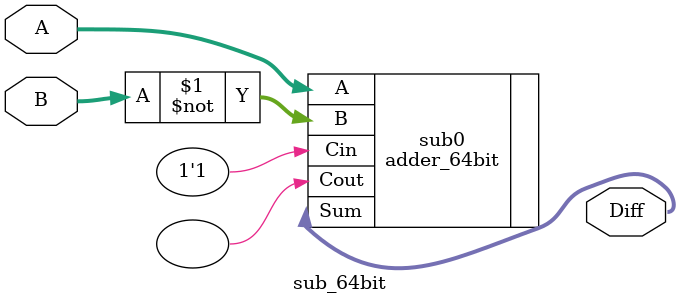
<source format=v>
`include "adder-64bit.v"


module sub_64bit (A, B, Diff);

input [63:0] A, B;

output [63:0] Diff;





adder_64bit sub0(.A(A), .B(~B), .Cin(1'b1), .Sum(Diff), .Cout());


endmodule
</source>
